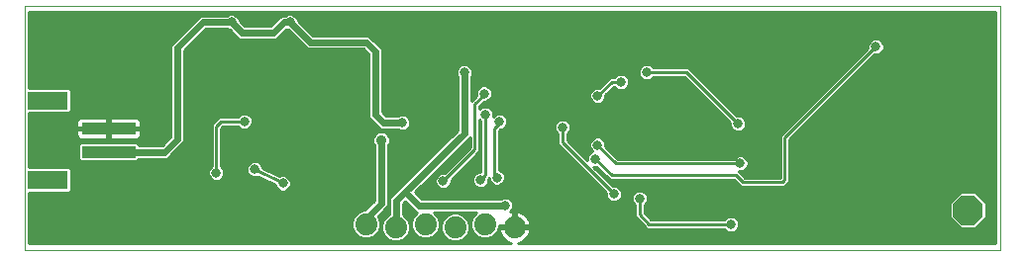
<source format=gbl>
G75*
%MOIN*%
%OFA0B0*%
%FSLAX25Y25*%
%IPPOS*%
%LPD*%
%AMOC8*
5,1,8,0,0,1.08239X$1,22.5*
%
%ADD10C,0.00000*%
%ADD11OC8,0.10000*%
%ADD12R,0.18110X0.03937*%
%ADD13R,0.13386X0.06299*%
%ADD14C,0.07400*%
%ADD15C,0.03169*%
%ADD16C,0.01000*%
%ADD17C,0.02400*%
%ADD18C,0.01200*%
%ADD19C,0.03562*%
D10*
X0015433Y0071025D02*
X0015433Y0153387D01*
X0343780Y0153387D01*
X0343780Y0071025D01*
X0015433Y0071025D01*
D11*
X0333032Y0084372D03*
D12*
X0043780Y0104096D03*
X0043780Y0111970D03*
D13*
X0023307Y0121419D03*
X0023307Y0094647D03*
D14*
X0130394Y0079687D03*
X0140394Y0078687D03*
X0150394Y0079687D03*
X0160394Y0078687D03*
X0170394Y0079687D03*
X0180394Y0078687D03*
D15*
X0177244Y0085986D03*
X0174488Y0095435D03*
X0168977Y0094647D03*
X0156378Y0094254D03*
X0140630Y0095435D03*
X0119370Y0094647D03*
X0102441Y0093466D03*
X0092992Y0098191D03*
X0090236Y0093860D03*
X0080000Y0097009D03*
X0059194Y0093047D03*
X0050894Y0090147D03*
X0041494Y0089747D03*
X0033994Y0085947D03*
X0024095Y0084411D03*
X0022694Y0077247D03*
X0033594Y0077447D03*
X0042594Y0078047D03*
X0050079Y0078899D03*
X0058740Y0085986D03*
X0066094Y0086347D03*
X0050494Y0098047D03*
X0040630Y0097797D03*
X0075276Y0115120D03*
X0089449Y0114332D03*
X0124095Y0130080D03*
X0102048Y0137954D03*
X0115433Y0145828D03*
X0104803Y0147797D03*
X0085118Y0147797D03*
X0128032Y0145828D03*
X0140630Y0145828D03*
X0155591Y0145828D03*
X0155591Y0135592D03*
X0163465Y0130868D03*
X0170158Y0123781D03*
X0170551Y0116694D03*
X0175276Y0114332D03*
X0194173Y0121419D03*
X0200473Y0121419D03*
X0208347Y0122994D03*
X0216221Y0127718D03*
X0224882Y0130868D03*
X0236693Y0135592D03*
X0252441Y0135592D03*
X0254803Y0143466D03*
X0271339Y0143466D03*
X0283150Y0143466D03*
X0294173Y0143466D03*
X0302048Y0139529D03*
X0290236Y0134805D03*
X0281575Y0134017D03*
X0271339Y0134017D03*
X0272126Y0125356D03*
X0279213Y0125356D03*
X0271339Y0118269D03*
X0255591Y0113545D03*
X0256378Y0100159D03*
X0229607Y0086773D03*
X0222520Y0088348D03*
X0213859Y0089923D03*
X0207559Y0101734D03*
X0208347Y0106458D03*
X0197323Y0100946D03*
X0196536Y0112364D03*
X0146142Y0119844D03*
X0142599Y0113939D03*
X0212284Y0144254D03*
X0295748Y0111183D03*
X0303622Y0115907D03*
X0313859Y0115907D03*
X0331094Y0108747D03*
X0338294Y0109047D03*
X0331094Y0102147D03*
X0337894Y0101547D03*
X0330394Y0094647D03*
X0338268Y0092285D03*
X0313859Y0094647D03*
X0303622Y0094647D03*
X0302835Y0085986D03*
X0292599Y0084411D03*
X0294173Y0077324D03*
X0285512Y0077324D03*
X0304410Y0077324D03*
X0315433Y0077324D03*
X0325670Y0077324D03*
X0339055Y0077324D03*
X0313859Y0085986D03*
X0253229Y0079687D03*
X0252441Y0085198D03*
X0209922Y0075750D03*
X0205197Y0075750D03*
X0336693Y0133230D03*
X0336693Y0140317D03*
X0336693Y0146616D03*
X0046929Y0120631D03*
X0024882Y0130868D03*
X0033544Y0134805D03*
X0024882Y0141891D03*
X0031181Y0144254D03*
X0039055Y0144254D03*
X0020694Y0147647D03*
D16*
X0016933Y0147488D02*
X0072108Y0147488D01*
X0071110Y0146490D02*
X0016933Y0146490D01*
X0016933Y0145491D02*
X0070111Y0145491D01*
X0069113Y0144493D02*
X0016933Y0144493D01*
X0016933Y0143494D02*
X0068114Y0143494D01*
X0067116Y0142496D02*
X0016933Y0142496D01*
X0016933Y0141497D02*
X0066117Y0141497D01*
X0066055Y0141435D02*
X0064708Y0140088D01*
X0064708Y0109379D01*
X0061725Y0106396D01*
X0053935Y0106396D01*
X0053935Y0106520D01*
X0053291Y0107165D01*
X0034269Y0107165D01*
X0033625Y0106520D01*
X0033625Y0101672D01*
X0034269Y0101028D01*
X0053291Y0101028D01*
X0053935Y0101672D01*
X0053935Y0101796D01*
X0063630Y0101796D01*
X0064977Y0103143D01*
X0069308Y0107474D01*
X0069308Y0138183D01*
X0076622Y0145497D01*
X0083657Y0145497D01*
X0084526Y0145137D01*
X0087709Y0141954D01*
X0100244Y0141954D01*
X0101592Y0143301D01*
X0103657Y0145366D01*
X0104211Y0145137D01*
X0110544Y0138804D01*
X0129441Y0138804D01*
X0131244Y0137002D01*
X0131244Y0115742D01*
X0132591Y0114394D01*
X0135347Y0111639D01*
X0141137Y0111639D01*
X0142065Y0111254D01*
X0143133Y0111254D01*
X0144119Y0111663D01*
X0144874Y0112418D01*
X0145283Y0113405D01*
X0145283Y0114473D01*
X0144874Y0115459D01*
X0144119Y0116214D01*
X0143133Y0116623D01*
X0142065Y0116623D01*
X0141137Y0116239D01*
X0137252Y0116239D01*
X0135844Y0117647D01*
X0135844Y0138907D01*
X0132694Y0142057D01*
X0131347Y0143404D01*
X0112449Y0143404D01*
X0107463Y0148390D01*
X0107079Y0149317D01*
X0106324Y0150072D01*
X0105337Y0150481D01*
X0104269Y0150481D01*
X0103342Y0150097D01*
X0101882Y0150097D01*
X0098339Y0146554D01*
X0089614Y0146554D01*
X0087778Y0148390D01*
X0087394Y0149317D01*
X0086639Y0150072D01*
X0085652Y0150481D01*
X0084584Y0150481D01*
X0083657Y0150097D01*
X0074717Y0150097D01*
X0066055Y0141435D01*
X0065119Y0140499D02*
X0016933Y0140499D01*
X0016933Y0139500D02*
X0064708Y0139500D01*
X0064708Y0138502D02*
X0016933Y0138502D01*
X0016933Y0137503D02*
X0064708Y0137503D01*
X0064708Y0136505D02*
X0016933Y0136505D01*
X0016933Y0135506D02*
X0064708Y0135506D01*
X0064708Y0134508D02*
X0016933Y0134508D01*
X0016933Y0133509D02*
X0064708Y0133509D01*
X0064708Y0132511D02*
X0016933Y0132511D01*
X0016933Y0131512D02*
X0064708Y0131512D01*
X0064708Y0130514D02*
X0016933Y0130514D01*
X0016933Y0129515D02*
X0064708Y0129515D01*
X0064708Y0128517D02*
X0016933Y0128517D01*
X0016933Y0127518D02*
X0064708Y0127518D01*
X0064708Y0126520D02*
X0016933Y0126520D01*
X0016933Y0125668D02*
X0016933Y0151340D01*
X0342280Y0151340D01*
X0342280Y0073387D01*
X0181455Y0073387D01*
X0181658Y0073420D01*
X0182467Y0073682D01*
X0183224Y0074068D01*
X0183912Y0074568D01*
X0184513Y0075169D01*
X0185012Y0075856D01*
X0185398Y0076614D01*
X0185661Y0077422D01*
X0185782Y0078187D01*
X0180894Y0078187D01*
X0180894Y0079187D01*
X0179894Y0079187D01*
X0179894Y0084075D01*
X0179129Y0083954D01*
X0178950Y0083895D01*
X0179520Y0084465D01*
X0179929Y0085452D01*
X0179929Y0086520D01*
X0179520Y0087506D01*
X0178765Y0088261D01*
X0177778Y0088670D01*
X0176710Y0088670D01*
X0175783Y0088286D01*
X0149063Y0088286D01*
X0146836Y0090513D01*
X0165408Y0109086D01*
X0165408Y0105546D01*
X0156800Y0096938D01*
X0155844Y0096938D01*
X0154858Y0096529D01*
X0154103Y0095774D01*
X0153694Y0094787D01*
X0153694Y0093720D01*
X0154103Y0092733D01*
X0154858Y0091978D01*
X0155844Y0091569D01*
X0156912Y0091569D01*
X0157899Y0091978D01*
X0158654Y0092733D01*
X0159062Y0093720D01*
X0159062Y0094675D01*
X0168608Y0104221D01*
X0168608Y0114842D01*
X0168951Y0114498D01*
X0168951Y0097331D01*
X0168443Y0097331D01*
X0167456Y0096923D01*
X0166701Y0096168D01*
X0166292Y0095181D01*
X0166292Y0094113D01*
X0166701Y0093127D01*
X0167456Y0092372D01*
X0168443Y0091963D01*
X0169511Y0091963D01*
X0170497Y0092372D01*
X0171252Y0093127D01*
X0171661Y0094113D01*
X0171661Y0095069D01*
X0171804Y0095212D01*
X0171804Y0094901D01*
X0172213Y0093914D01*
X0172968Y0093159D01*
X0173955Y0092750D01*
X0175022Y0092750D01*
X0176009Y0093159D01*
X0176764Y0093914D01*
X0177173Y0094901D01*
X0177173Y0095969D01*
X0176764Y0096955D01*
X0176009Y0097710D01*
X0175301Y0098003D01*
X0175301Y0111307D01*
X0175642Y0111648D01*
X0175810Y0111648D01*
X0176796Y0112057D01*
X0177551Y0112812D01*
X0177960Y0113798D01*
X0177960Y0114866D01*
X0177551Y0115853D01*
X0176796Y0116608D01*
X0175810Y0117017D01*
X0174742Y0117017D01*
X0173755Y0116608D01*
X0173185Y0116037D01*
X0173236Y0116161D01*
X0173236Y0117228D01*
X0172827Y0118215D01*
X0172072Y0118970D01*
X0171085Y0119379D01*
X0170017Y0119379D01*
X0169031Y0118970D01*
X0168608Y0118547D01*
X0168608Y0119575D01*
X0170130Y0121097D01*
X0170692Y0121097D01*
X0171678Y0121505D01*
X0172433Y0122261D01*
X0172842Y0123247D01*
X0172842Y0124315D01*
X0172433Y0125302D01*
X0171678Y0126057D01*
X0170692Y0126465D01*
X0169624Y0126465D01*
X0168637Y0126057D01*
X0167882Y0125302D01*
X0167473Y0124315D01*
X0167473Y0123247D01*
X0167556Y0123048D01*
X0165765Y0121257D01*
X0165765Y0129406D01*
X0166149Y0130334D01*
X0166149Y0131402D01*
X0165740Y0132388D01*
X0164985Y0133143D01*
X0163999Y0133552D01*
X0162931Y0133552D01*
X0161944Y0133143D01*
X0161189Y0132388D01*
X0160781Y0131402D01*
X0160781Y0130334D01*
X0161165Y0129406D01*
X0161165Y0111348D01*
X0142630Y0092813D01*
X0141283Y0091466D01*
X0139677Y0089861D01*
X0138330Y0088513D01*
X0138330Y0083027D01*
X0137675Y0082756D01*
X0136325Y0081406D01*
X0135594Y0079641D01*
X0135594Y0077732D01*
X0136325Y0075968D01*
X0137675Y0074617D01*
X0139439Y0073887D01*
X0141349Y0073887D01*
X0143113Y0074617D01*
X0144463Y0075968D01*
X0145194Y0077732D01*
X0145194Y0079641D01*
X0144463Y0081406D01*
X0143113Y0082756D01*
X0142930Y0082832D01*
X0142930Y0086608D01*
X0143583Y0087261D01*
X0147158Y0083686D01*
X0147605Y0083686D01*
X0146325Y0082406D01*
X0145594Y0080641D01*
X0145594Y0078732D01*
X0146325Y0076968D01*
X0147675Y0075617D01*
X0149439Y0074887D01*
X0151349Y0074887D01*
X0153113Y0075617D01*
X0154463Y0076968D01*
X0155194Y0078732D01*
X0155194Y0080641D01*
X0154463Y0082406D01*
X0153183Y0083686D01*
X0167605Y0083686D01*
X0166325Y0082406D01*
X0165594Y0080641D01*
X0165594Y0078732D01*
X0166325Y0076968D01*
X0167675Y0075617D01*
X0169439Y0074887D01*
X0171349Y0074887D01*
X0173113Y0075617D01*
X0174463Y0076968D01*
X0175194Y0078732D01*
X0175194Y0079187D01*
X0179894Y0079187D01*
X0179894Y0078187D01*
X0175006Y0078187D01*
X0175127Y0077422D01*
X0175390Y0076614D01*
X0175775Y0075856D01*
X0176275Y0075169D01*
X0176876Y0074568D01*
X0177564Y0074068D01*
X0178321Y0073682D01*
X0179129Y0073420D01*
X0179333Y0073387D01*
X0016933Y0073387D01*
X0016933Y0090398D01*
X0030456Y0090398D01*
X0031100Y0091042D01*
X0031100Y0098252D01*
X0030456Y0098897D01*
X0016933Y0098897D01*
X0016933Y0117169D01*
X0030456Y0117169D01*
X0031100Y0117814D01*
X0031100Y0125024D01*
X0030456Y0125668D01*
X0016933Y0125668D01*
X0030603Y0125521D02*
X0064708Y0125521D01*
X0064708Y0124523D02*
X0031100Y0124523D01*
X0031100Y0123524D02*
X0064708Y0123524D01*
X0064708Y0122526D02*
X0031100Y0122526D01*
X0031100Y0121527D02*
X0064708Y0121527D01*
X0064708Y0120529D02*
X0031100Y0120529D01*
X0031100Y0119530D02*
X0064708Y0119530D01*
X0064708Y0118532D02*
X0031100Y0118532D01*
X0030820Y0117533D02*
X0064708Y0117533D01*
X0064708Y0116534D02*
X0016933Y0116534D01*
X0016933Y0115536D02*
X0034118Y0115536D01*
X0034068Y0115523D02*
X0033681Y0115299D01*
X0033364Y0114982D01*
X0033141Y0114595D01*
X0033025Y0114162D01*
X0033025Y0112454D01*
X0043295Y0112454D01*
X0043295Y0111486D01*
X0033025Y0111486D01*
X0033025Y0109778D01*
X0033141Y0109345D01*
X0033364Y0108958D01*
X0033681Y0108641D01*
X0034068Y0108417D01*
X0034501Y0108302D01*
X0043296Y0108302D01*
X0043296Y0111486D01*
X0044264Y0111486D01*
X0044264Y0112454D01*
X0054535Y0112454D01*
X0054535Y0114162D01*
X0054419Y0114595D01*
X0054195Y0114982D01*
X0053879Y0115299D01*
X0053491Y0115523D01*
X0053059Y0115639D01*
X0044264Y0115639D01*
X0044264Y0112454D01*
X0043296Y0112454D01*
X0043296Y0115639D01*
X0034501Y0115639D01*
X0034068Y0115523D01*
X0033125Y0114537D02*
X0016933Y0114537D01*
X0016933Y0113539D02*
X0033025Y0113539D01*
X0033025Y0112540D02*
X0016933Y0112540D01*
X0016933Y0111542D02*
X0043295Y0111542D01*
X0044264Y0111542D02*
X0064708Y0111542D01*
X0064708Y0112540D02*
X0054535Y0112540D01*
X0054535Y0113539D02*
X0064708Y0113539D01*
X0064708Y0114537D02*
X0054434Y0114537D01*
X0053442Y0115536D02*
X0064708Y0115536D01*
X0069308Y0115536D02*
X0080516Y0115536D01*
X0080912Y0115932D02*
X0079338Y0114357D01*
X0078400Y0113420D01*
X0078400Y0099206D01*
X0077725Y0098530D01*
X0077316Y0097543D01*
X0077316Y0096476D01*
X0077725Y0095489D01*
X0078480Y0094734D01*
X0079466Y0094325D01*
X0080534Y0094325D01*
X0081521Y0094734D01*
X0082276Y0095489D01*
X0082684Y0096476D01*
X0082684Y0097543D01*
X0082276Y0098530D01*
X0081600Y0099206D01*
X0081600Y0112095D01*
X0082238Y0112732D01*
X0087253Y0112732D01*
X0087929Y0112057D01*
X0088915Y0111648D01*
X0089983Y0111648D01*
X0090970Y0112057D01*
X0091725Y0112812D01*
X0092133Y0113798D01*
X0092133Y0114866D01*
X0091725Y0115853D01*
X0090970Y0116608D01*
X0089983Y0117017D01*
X0088915Y0117017D01*
X0087929Y0116608D01*
X0087253Y0115932D01*
X0080912Y0115932D01*
X0081575Y0114332D02*
X0080000Y0112757D01*
X0080000Y0097009D01*
X0078882Y0094567D02*
X0031100Y0094567D01*
X0031100Y0093569D02*
X0098658Y0093569D01*
X0099757Y0093019D02*
X0099757Y0092932D01*
X0100166Y0091946D01*
X0100921Y0091191D01*
X0101907Y0090782D01*
X0102975Y0090782D01*
X0103962Y0091191D01*
X0104717Y0091946D01*
X0105125Y0092932D01*
X0105125Y0094000D01*
X0104717Y0094987D01*
X0103962Y0095742D01*
X0102975Y0096150D01*
X0101907Y0096150D01*
X0101220Y0095866D01*
X0095677Y0098637D01*
X0095677Y0098724D01*
X0095268Y0099711D01*
X0094513Y0100466D01*
X0093526Y0100875D01*
X0092458Y0100875D01*
X0091472Y0100466D01*
X0090717Y0099711D01*
X0090308Y0098724D01*
X0090308Y0097657D01*
X0090717Y0096670D01*
X0091472Y0095915D01*
X0092458Y0095506D01*
X0093526Y0095506D01*
X0094214Y0095791D01*
X0099757Y0093019D01*
X0099907Y0092570D02*
X0031100Y0092570D01*
X0031100Y0091572D02*
X0100540Y0091572D01*
X0102441Y0093466D02*
X0092992Y0098191D01*
X0090654Y0099560D02*
X0081600Y0099560D01*
X0081600Y0100558D02*
X0091694Y0100558D01*
X0094290Y0100558D02*
X0133212Y0100558D01*
X0133212Y0099560D02*
X0095331Y0099560D01*
X0095829Y0098561D02*
X0133212Y0098561D01*
X0133212Y0097563D02*
X0097826Y0097563D01*
X0099823Y0096564D02*
X0133212Y0096564D01*
X0133212Y0095566D02*
X0104138Y0095566D01*
X0104891Y0094567D02*
X0133212Y0094567D01*
X0133212Y0093569D02*
X0105125Y0093569D01*
X0104976Y0092570D02*
X0133212Y0092570D01*
X0133212Y0091572D02*
X0104343Y0091572D01*
X0096661Y0094567D02*
X0081119Y0094567D01*
X0082308Y0095566D02*
X0092315Y0095566D01*
X0093670Y0095566D02*
X0094664Y0095566D01*
X0090823Y0096564D02*
X0082684Y0096564D01*
X0082676Y0097563D02*
X0090347Y0097563D01*
X0090308Y0098561D02*
X0082245Y0098561D01*
X0078400Y0099560D02*
X0016933Y0099560D01*
X0016933Y0100558D02*
X0078400Y0100558D01*
X0078400Y0101557D02*
X0053820Y0101557D01*
X0064389Y0102555D02*
X0078400Y0102555D01*
X0078400Y0103554D02*
X0065388Y0103554D01*
X0066386Y0104552D02*
X0078400Y0104552D01*
X0078400Y0105551D02*
X0067385Y0105551D01*
X0068383Y0106549D02*
X0078400Y0106549D01*
X0078400Y0107548D02*
X0069308Y0107548D01*
X0069308Y0108546D02*
X0078400Y0108546D01*
X0078400Y0109545D02*
X0069308Y0109545D01*
X0069308Y0110543D02*
X0078400Y0110543D01*
X0078400Y0111542D02*
X0069308Y0111542D01*
X0069308Y0112540D02*
X0078400Y0112540D01*
X0078519Y0113539D02*
X0069308Y0113539D01*
X0069308Y0114537D02*
X0079518Y0114537D01*
X0081575Y0114332D02*
X0089449Y0114332D01*
X0091856Y0115536D02*
X0131449Y0115536D01*
X0131244Y0116534D02*
X0091043Y0116534D01*
X0092133Y0114537D02*
X0132448Y0114537D01*
X0133446Y0113539D02*
X0092026Y0113539D01*
X0091453Y0112540D02*
X0134445Y0112540D01*
X0134939Y0110914D02*
X0133880Y0110476D01*
X0133070Y0109665D01*
X0132631Y0108606D01*
X0132631Y0107460D01*
X0133070Y0106401D01*
X0133212Y0106259D01*
X0133212Y0087726D01*
X0129973Y0084487D01*
X0129439Y0084487D01*
X0127675Y0083756D01*
X0126325Y0082406D01*
X0125594Y0080641D01*
X0125594Y0078732D01*
X0126325Y0076968D01*
X0127675Y0075617D01*
X0129439Y0074887D01*
X0131349Y0074887D01*
X0133113Y0075617D01*
X0134463Y0076968D01*
X0135194Y0078732D01*
X0135194Y0080641D01*
X0134463Y0082406D01*
X0134430Y0082439D01*
X0136465Y0084473D01*
X0137812Y0085821D01*
X0137812Y0106259D01*
X0137955Y0106401D01*
X0138393Y0107460D01*
X0138393Y0108606D01*
X0137955Y0109665D01*
X0137144Y0110476D01*
X0136085Y0110914D01*
X0134939Y0110914D01*
X0134044Y0110543D02*
X0081600Y0110543D01*
X0081600Y0109545D02*
X0133020Y0109545D01*
X0132631Y0108546D02*
X0081600Y0108546D01*
X0081600Y0107548D02*
X0132631Y0107548D01*
X0133008Y0106549D02*
X0081600Y0106549D01*
X0081600Y0105551D02*
X0133212Y0105551D01*
X0133212Y0104552D02*
X0081600Y0104552D01*
X0081600Y0103554D02*
X0133212Y0103554D01*
X0133212Y0102555D02*
X0081600Y0102555D01*
X0081600Y0101557D02*
X0133212Y0101557D01*
X0137812Y0101557D02*
X0151374Y0101557D01*
X0152372Y0102555D02*
X0137812Y0102555D01*
X0137812Y0103554D02*
X0153371Y0103554D01*
X0154369Y0104552D02*
X0137812Y0104552D01*
X0137812Y0105551D02*
X0155368Y0105551D01*
X0156366Y0106549D02*
X0138016Y0106549D01*
X0138393Y0107548D02*
X0157365Y0107548D01*
X0158363Y0108546D02*
X0138393Y0108546D01*
X0138004Y0109545D02*
X0159362Y0109545D01*
X0160360Y0110543D02*
X0136980Y0110543D01*
X0141370Y0111542D02*
X0081600Y0111542D01*
X0082046Y0112540D02*
X0087445Y0112540D01*
X0087855Y0116534D02*
X0069308Y0116534D01*
X0069308Y0117533D02*
X0131244Y0117533D01*
X0131244Y0118532D02*
X0069308Y0118532D01*
X0069308Y0119530D02*
X0131244Y0119530D01*
X0131244Y0120529D02*
X0069308Y0120529D01*
X0069308Y0121527D02*
X0131244Y0121527D01*
X0131244Y0122526D02*
X0069308Y0122526D01*
X0069308Y0123524D02*
X0131244Y0123524D01*
X0131244Y0124523D02*
X0069308Y0124523D01*
X0069308Y0125521D02*
X0131244Y0125521D01*
X0131244Y0126520D02*
X0069308Y0126520D01*
X0069308Y0127518D02*
X0131244Y0127518D01*
X0131244Y0128517D02*
X0069308Y0128517D01*
X0069308Y0129515D02*
X0131244Y0129515D01*
X0131244Y0130514D02*
X0069308Y0130514D01*
X0069308Y0131512D02*
X0131244Y0131512D01*
X0131244Y0132511D02*
X0069308Y0132511D01*
X0069308Y0133509D02*
X0131244Y0133509D01*
X0131244Y0134508D02*
X0069308Y0134508D01*
X0069308Y0135506D02*
X0131244Y0135506D01*
X0131244Y0136505D02*
X0069308Y0136505D01*
X0069308Y0137503D02*
X0130742Y0137503D01*
X0129743Y0138502D02*
X0069627Y0138502D01*
X0070626Y0139500D02*
X0109847Y0139500D01*
X0108849Y0140499D02*
X0071624Y0140499D01*
X0072623Y0141497D02*
X0107850Y0141497D01*
X0106852Y0142496D02*
X0100787Y0142496D01*
X0101785Y0143494D02*
X0105853Y0143494D01*
X0104855Y0144493D02*
X0102784Y0144493D01*
X0099274Y0147488D02*
X0088680Y0147488D01*
X0087738Y0148487D02*
X0100272Y0148487D01*
X0101271Y0149485D02*
X0087226Y0149485D01*
X0083670Y0145491D02*
X0076617Y0145491D01*
X0075618Y0144493D02*
X0085170Y0144493D01*
X0086168Y0143494D02*
X0074620Y0143494D01*
X0073621Y0142496D02*
X0087167Y0142496D01*
X0074105Y0149485D02*
X0016933Y0149485D01*
X0016933Y0148487D02*
X0073107Y0148487D01*
X0106911Y0149485D02*
X0342280Y0149485D01*
X0342280Y0148487D02*
X0107423Y0148487D01*
X0108365Y0147488D02*
X0342280Y0147488D01*
X0342280Y0146490D02*
X0109363Y0146490D01*
X0110362Y0145491D02*
X0342280Y0145491D01*
X0342280Y0144493D02*
X0111360Y0144493D01*
X0112359Y0143494D02*
X0342280Y0143494D01*
X0342280Y0142496D02*
X0132255Y0142496D01*
X0133253Y0141497D02*
X0300220Y0141497D01*
X0300527Y0141805D02*
X0299772Y0141050D01*
X0299363Y0140063D01*
X0299363Y0139108D01*
X0269739Y0109483D01*
X0269739Y0095460D01*
X0257828Y0095460D01*
X0255791Y0097497D01*
X0255844Y0097475D01*
X0256912Y0097475D01*
X0257899Y0097883D01*
X0258654Y0098639D01*
X0259062Y0099625D01*
X0259062Y0100693D01*
X0258654Y0101680D01*
X0257899Y0102435D01*
X0256912Y0102843D01*
X0255844Y0102843D01*
X0254858Y0102435D01*
X0254182Y0101759D01*
X0215309Y0101759D01*
X0211031Y0106037D01*
X0211031Y0106992D01*
X0210622Y0107979D01*
X0209867Y0108734D01*
X0208881Y0109143D01*
X0207813Y0109143D01*
X0206826Y0108734D01*
X0206071Y0107979D01*
X0205662Y0106992D01*
X0205662Y0105924D01*
X0206071Y0104938D01*
X0206718Y0104291D01*
X0206039Y0104009D01*
X0205284Y0103254D01*
X0204875Y0102268D01*
X0204875Y0101200D01*
X0204897Y0101147D01*
X0198136Y0107908D01*
X0198136Y0110168D01*
X0198811Y0110843D01*
X0199220Y0111830D01*
X0199220Y0112898D01*
X0198811Y0113884D01*
X0198056Y0114639D01*
X0197070Y0115048D01*
X0196002Y0115048D01*
X0195015Y0114639D01*
X0194260Y0113884D01*
X0193851Y0112898D01*
X0193851Y0111830D01*
X0194260Y0110843D01*
X0194936Y0110168D01*
X0194936Y0106583D01*
X0211174Y0090344D01*
X0211174Y0089389D01*
X0211583Y0088402D01*
X0212338Y0087647D01*
X0213325Y0087239D01*
X0214392Y0087239D01*
X0215379Y0087647D01*
X0216134Y0088402D01*
X0216543Y0089389D01*
X0216543Y0090457D01*
X0216134Y0091443D01*
X0215379Y0092198D01*
X0214392Y0092607D01*
X0213437Y0092607D01*
X0206973Y0099071D01*
X0207025Y0099050D01*
X0207981Y0099050D01*
X0211471Y0095559D01*
X0212408Y0094622D01*
X0254141Y0094622D01*
X0255566Y0093197D01*
X0256503Y0092260D01*
X0271214Y0092260D01*
X0272002Y0093047D01*
X0272939Y0093984D01*
X0272939Y0108158D01*
X0301626Y0136845D01*
X0302581Y0136845D01*
X0303568Y0137254D01*
X0304323Y0138009D01*
X0304732Y0138995D01*
X0304732Y0140063D01*
X0304323Y0141050D01*
X0303568Y0141805D01*
X0302581Y0142213D01*
X0301514Y0142213D01*
X0300527Y0141805D01*
X0299544Y0140499D02*
X0134252Y0140499D01*
X0135250Y0139500D02*
X0299363Y0139500D01*
X0298757Y0138502D02*
X0135844Y0138502D01*
X0135844Y0137503D02*
X0297759Y0137503D01*
X0296760Y0136505D02*
X0135844Y0136505D01*
X0135844Y0135506D02*
X0295762Y0135506D01*
X0294763Y0134508D02*
X0135844Y0134508D01*
X0135844Y0133509D02*
X0162828Y0133509D01*
X0164102Y0133509D02*
X0224245Y0133509D01*
X0224348Y0133552D02*
X0223362Y0133143D01*
X0222607Y0132388D01*
X0222198Y0131402D01*
X0222198Y0130334D01*
X0222607Y0129347D01*
X0223362Y0128592D01*
X0224348Y0128183D01*
X0225416Y0128183D01*
X0226403Y0128592D01*
X0227078Y0129268D01*
X0237605Y0129268D01*
X0252907Y0113966D01*
X0252907Y0113011D01*
X0253315Y0112024D01*
X0254070Y0111269D01*
X0255057Y0110861D01*
X0256125Y0110861D01*
X0257111Y0111269D01*
X0257866Y0112024D01*
X0258275Y0113011D01*
X0258275Y0114079D01*
X0257866Y0115065D01*
X0257111Y0115820D01*
X0256125Y0116229D01*
X0255169Y0116229D01*
X0238931Y0132468D01*
X0227078Y0132468D01*
X0226403Y0133143D01*
X0225416Y0133552D01*
X0224348Y0133552D01*
X0225519Y0133509D02*
X0293765Y0133509D01*
X0292766Y0132511D02*
X0227035Y0132511D01*
X0224882Y0130868D02*
X0238268Y0130868D01*
X0255591Y0113545D01*
X0258275Y0113539D02*
X0273795Y0113539D01*
X0274793Y0114537D02*
X0258085Y0114537D01*
X0257396Y0115536D02*
X0275792Y0115536D01*
X0276790Y0116534D02*
X0254864Y0116534D01*
X0253865Y0117533D02*
X0277789Y0117533D01*
X0278787Y0118532D02*
X0252867Y0118532D01*
X0251868Y0119530D02*
X0279786Y0119530D01*
X0280784Y0120529D02*
X0250870Y0120529D01*
X0249871Y0121527D02*
X0281783Y0121527D01*
X0282781Y0122526D02*
X0248873Y0122526D01*
X0247874Y0123524D02*
X0283780Y0123524D01*
X0284778Y0124523D02*
X0246876Y0124523D01*
X0245877Y0125521D02*
X0285777Y0125521D01*
X0286775Y0126520D02*
X0244879Y0126520D01*
X0243880Y0127518D02*
X0287774Y0127518D01*
X0288772Y0128517D02*
X0242882Y0128517D01*
X0241883Y0129515D02*
X0289771Y0129515D01*
X0290769Y0130514D02*
X0240885Y0130514D01*
X0239886Y0131512D02*
X0291768Y0131512D01*
X0295295Y0130514D02*
X0342280Y0130514D01*
X0342280Y0131512D02*
X0296293Y0131512D01*
X0297292Y0132511D02*
X0342280Y0132511D01*
X0342280Y0133509D02*
X0298290Y0133509D01*
X0299289Y0134508D02*
X0342280Y0134508D01*
X0342280Y0135506D02*
X0300287Y0135506D01*
X0301286Y0136505D02*
X0342280Y0136505D01*
X0342280Y0137503D02*
X0303818Y0137503D01*
X0304527Y0138502D02*
X0342280Y0138502D01*
X0342280Y0139500D02*
X0304732Y0139500D01*
X0304551Y0140499D02*
X0342280Y0140499D01*
X0342280Y0141497D02*
X0303875Y0141497D01*
X0302048Y0139529D02*
X0271339Y0108820D01*
X0271339Y0094647D01*
X0270551Y0093860D01*
X0257166Y0093860D01*
X0254803Y0096222D01*
X0213071Y0096222D01*
X0207559Y0101734D01*
X0204875Y0101557D02*
X0204487Y0101557D01*
X0204994Y0102555D02*
X0203489Y0102555D01*
X0202490Y0103554D02*
X0205583Y0103554D01*
X0206457Y0104552D02*
X0201492Y0104552D01*
X0200493Y0105551D02*
X0205817Y0105551D01*
X0205662Y0106549D02*
X0199495Y0106549D01*
X0198496Y0107548D02*
X0205893Y0107548D01*
X0206639Y0108546D02*
X0198136Y0108546D01*
X0198136Y0109545D02*
X0269801Y0109545D01*
X0269739Y0108546D02*
X0210055Y0108546D01*
X0210801Y0107548D02*
X0269739Y0107548D01*
X0269739Y0106549D02*
X0211031Y0106549D01*
X0211517Y0105551D02*
X0269739Y0105551D01*
X0269739Y0104552D02*
X0212515Y0104552D01*
X0213514Y0103554D02*
X0269739Y0103554D01*
X0269739Y0102555D02*
X0257607Y0102555D01*
X0258705Y0101557D02*
X0269739Y0101557D01*
X0269739Y0100558D02*
X0259062Y0100558D01*
X0259035Y0099560D02*
X0269739Y0099560D01*
X0269739Y0098561D02*
X0258577Y0098561D01*
X0257125Y0097563D02*
X0269739Y0097563D01*
X0269739Y0096564D02*
X0256724Y0096564D01*
X0257722Y0095566D02*
X0269739Y0095566D01*
X0272939Y0095566D02*
X0342280Y0095566D01*
X0342280Y0096564D02*
X0272939Y0096564D01*
X0272939Y0097563D02*
X0342280Y0097563D01*
X0342280Y0098561D02*
X0272939Y0098561D01*
X0272939Y0099560D02*
X0342280Y0099560D01*
X0342280Y0100558D02*
X0272939Y0100558D01*
X0272939Y0101557D02*
X0342280Y0101557D01*
X0342280Y0102555D02*
X0272939Y0102555D01*
X0272939Y0103554D02*
X0342280Y0103554D01*
X0342280Y0104552D02*
X0272939Y0104552D01*
X0272939Y0105551D02*
X0342280Y0105551D01*
X0342280Y0106549D02*
X0272939Y0106549D01*
X0272939Y0107548D02*
X0342280Y0107548D01*
X0342280Y0108546D02*
X0273328Y0108546D01*
X0274326Y0109545D02*
X0342280Y0109545D01*
X0342280Y0110543D02*
X0275325Y0110543D01*
X0276323Y0111542D02*
X0342280Y0111542D01*
X0342280Y0112540D02*
X0277322Y0112540D01*
X0278320Y0113539D02*
X0342280Y0113539D01*
X0342280Y0114537D02*
X0279319Y0114537D01*
X0280317Y0115536D02*
X0342280Y0115536D01*
X0342280Y0116534D02*
X0281316Y0116534D01*
X0282314Y0117533D02*
X0342280Y0117533D01*
X0342280Y0118532D02*
X0283313Y0118532D01*
X0284311Y0119530D02*
X0342280Y0119530D01*
X0342280Y0120529D02*
X0285310Y0120529D01*
X0286308Y0121527D02*
X0342280Y0121527D01*
X0342280Y0122526D02*
X0287307Y0122526D01*
X0288305Y0123524D02*
X0342280Y0123524D01*
X0342280Y0124523D02*
X0289304Y0124523D01*
X0290302Y0125521D02*
X0342280Y0125521D01*
X0342280Y0126520D02*
X0291301Y0126520D01*
X0292299Y0127518D02*
X0342280Y0127518D01*
X0342280Y0128517D02*
X0293298Y0128517D01*
X0294296Y0129515D02*
X0342280Y0129515D01*
X0342280Y0150484D02*
X0016933Y0150484D01*
X0043296Y0115536D02*
X0044264Y0115536D01*
X0044264Y0114537D02*
X0043296Y0114537D01*
X0043296Y0113539D02*
X0044264Y0113539D01*
X0044264Y0112540D02*
X0043296Y0112540D01*
X0044264Y0111486D02*
X0044264Y0108302D01*
X0053059Y0108302D01*
X0053491Y0108417D01*
X0053879Y0108641D01*
X0054195Y0108958D01*
X0054419Y0109345D01*
X0054535Y0109778D01*
X0054535Y0111486D01*
X0044264Y0111486D01*
X0044264Y0110543D02*
X0043296Y0110543D01*
X0043296Y0109545D02*
X0044264Y0109545D01*
X0044264Y0108546D02*
X0043296Y0108546D01*
X0053714Y0108546D02*
X0063875Y0108546D01*
X0064708Y0109545D02*
X0054473Y0109545D01*
X0054535Y0110543D02*
X0064708Y0110543D01*
X0062877Y0107548D02*
X0016933Y0107548D01*
X0016933Y0108546D02*
X0033845Y0108546D01*
X0033087Y0109545D02*
X0016933Y0109545D01*
X0016933Y0110543D02*
X0033025Y0110543D01*
X0033654Y0106549D02*
X0016933Y0106549D01*
X0016933Y0105551D02*
X0033625Y0105551D01*
X0033625Y0104552D02*
X0016933Y0104552D01*
X0016933Y0103554D02*
X0033625Y0103554D01*
X0033625Y0102555D02*
X0016933Y0102555D01*
X0016933Y0101557D02*
X0033740Y0101557D01*
X0030791Y0098561D02*
X0077756Y0098561D01*
X0077324Y0097563D02*
X0031100Y0097563D01*
X0031100Y0096564D02*
X0077316Y0096564D01*
X0077693Y0095566D02*
X0031100Y0095566D01*
X0030631Y0090573D02*
X0133212Y0090573D01*
X0133212Y0089575D02*
X0016933Y0089575D01*
X0016933Y0088576D02*
X0133212Y0088576D01*
X0133064Y0087578D02*
X0016933Y0087578D01*
X0016933Y0086579D02*
X0132065Y0086579D01*
X0131067Y0085581D02*
X0016933Y0085581D01*
X0016933Y0084582D02*
X0130068Y0084582D01*
X0127503Y0083584D02*
X0016933Y0083584D01*
X0016933Y0082585D02*
X0126504Y0082585D01*
X0125985Y0081587D02*
X0016933Y0081587D01*
X0016933Y0080588D02*
X0125594Y0080588D01*
X0125594Y0079590D02*
X0016933Y0079590D01*
X0016933Y0078591D02*
X0125652Y0078591D01*
X0126066Y0077593D02*
X0016933Y0077593D01*
X0016933Y0076594D02*
X0126698Y0076594D01*
X0127728Y0075596D02*
X0016933Y0075596D01*
X0016933Y0074597D02*
X0137724Y0074597D01*
X0136697Y0075596D02*
X0133060Y0075596D01*
X0134090Y0076594D02*
X0136065Y0076594D01*
X0135652Y0077593D02*
X0134722Y0077593D01*
X0135136Y0078591D02*
X0135594Y0078591D01*
X0135594Y0079590D02*
X0135194Y0079590D01*
X0135194Y0080588D02*
X0135986Y0080588D01*
X0136506Y0081587D02*
X0134802Y0081587D01*
X0134577Y0082585D02*
X0137504Y0082585D01*
X0138330Y0083584D02*
X0135575Y0083584D01*
X0136574Y0084582D02*
X0138330Y0084582D01*
X0138330Y0085581D02*
X0137572Y0085581D01*
X0137812Y0086579D02*
X0138330Y0086579D01*
X0138330Y0087578D02*
X0137812Y0087578D01*
X0137812Y0088576D02*
X0138393Y0088576D01*
X0137812Y0089575D02*
X0139392Y0089575D01*
X0140390Y0090573D02*
X0137812Y0090573D01*
X0137812Y0091572D02*
X0141389Y0091572D01*
X0142387Y0092570D02*
X0137812Y0092570D01*
X0137812Y0093569D02*
X0143386Y0093569D01*
X0144384Y0094567D02*
X0137812Y0094567D01*
X0137812Y0095566D02*
X0145383Y0095566D01*
X0146381Y0096564D02*
X0137812Y0096564D01*
X0137812Y0097563D02*
X0147380Y0097563D01*
X0148378Y0098561D02*
X0137812Y0098561D01*
X0137812Y0099560D02*
X0149377Y0099560D01*
X0150375Y0100558D02*
X0137812Y0100558D01*
X0152886Y0096564D02*
X0154943Y0096564D01*
X0154016Y0095566D02*
X0151888Y0095566D01*
X0150889Y0094567D02*
X0153694Y0094567D01*
X0153756Y0093569D02*
X0149891Y0093569D01*
X0148892Y0092570D02*
X0154265Y0092570D01*
X0155838Y0091572D02*
X0147894Y0091572D01*
X0146895Y0090573D02*
X0210945Y0090573D01*
X0211174Y0089575D02*
X0147774Y0089575D01*
X0148773Y0088576D02*
X0176484Y0088576D01*
X0178005Y0088576D02*
X0211511Y0088576D01*
X0212506Y0087578D02*
X0179449Y0087578D01*
X0179904Y0086579D02*
X0220493Y0086579D01*
X0220244Y0086828D02*
X0220920Y0086152D01*
X0220920Y0082173D01*
X0224070Y0079024D01*
X0225007Y0078087D01*
X0251032Y0078087D01*
X0251708Y0077411D01*
X0252695Y0077002D01*
X0253763Y0077002D01*
X0254749Y0077411D01*
X0255504Y0078166D01*
X0255913Y0079153D01*
X0255913Y0080221D01*
X0255504Y0081207D01*
X0254749Y0081962D01*
X0253763Y0082371D01*
X0252695Y0082371D01*
X0251708Y0081962D01*
X0251032Y0081287D01*
X0226332Y0081287D01*
X0224120Y0083499D01*
X0224120Y0086152D01*
X0224796Y0086828D01*
X0225204Y0087814D01*
X0225204Y0088882D01*
X0224796Y0089869D01*
X0224040Y0090624D01*
X0223054Y0091032D01*
X0221986Y0091032D01*
X0220999Y0090624D01*
X0220244Y0089869D01*
X0219836Y0088882D01*
X0219836Y0087814D01*
X0220244Y0086828D01*
X0219934Y0087578D02*
X0215211Y0087578D01*
X0216206Y0088576D02*
X0219836Y0088576D01*
X0220123Y0089575D02*
X0216543Y0089575D01*
X0216495Y0090573D02*
X0220949Y0090573D01*
X0222520Y0088348D02*
X0222520Y0082836D01*
X0225670Y0079687D01*
X0253229Y0079687D01*
X0255125Y0081587D02*
X0327190Y0081587D01*
X0326932Y0081845D02*
X0330505Y0078272D01*
X0335558Y0078272D01*
X0339132Y0081845D01*
X0339132Y0086898D01*
X0335558Y0090472D01*
X0330505Y0090472D01*
X0326932Y0086898D01*
X0326932Y0081845D01*
X0326932Y0082585D02*
X0225034Y0082585D01*
X0224120Y0083584D02*
X0326932Y0083584D01*
X0326932Y0084582D02*
X0224120Y0084582D01*
X0224120Y0085581D02*
X0326932Y0085581D01*
X0326932Y0086579D02*
X0224547Y0086579D01*
X0225106Y0087578D02*
X0327611Y0087578D01*
X0328610Y0088576D02*
X0225204Y0088576D01*
X0224917Y0089575D02*
X0329608Y0089575D01*
X0336455Y0089575D02*
X0342280Y0089575D01*
X0342280Y0090573D02*
X0224091Y0090573D01*
X0216006Y0091572D02*
X0342280Y0091572D01*
X0342280Y0092570D02*
X0271525Y0092570D01*
X0272523Y0093569D02*
X0342280Y0093569D01*
X0342280Y0094567D02*
X0272939Y0094567D01*
X0256192Y0092570D02*
X0214481Y0092570D01*
X0212475Y0093569D02*
X0255194Y0093569D01*
X0254195Y0094567D02*
X0211477Y0094567D01*
X0211471Y0095559D02*
X0211471Y0095559D01*
X0211465Y0095566D02*
X0210478Y0095566D01*
X0210466Y0096564D02*
X0209480Y0096564D01*
X0209468Y0097563D02*
X0208481Y0097563D01*
X0208469Y0098561D02*
X0207483Y0098561D01*
X0204954Y0096564D02*
X0176926Y0096564D01*
X0177173Y0095566D02*
X0205953Y0095566D01*
X0206951Y0094567D02*
X0177035Y0094567D01*
X0176419Y0093569D02*
X0207950Y0093569D01*
X0208948Y0092570D02*
X0170696Y0092570D01*
X0171435Y0093569D02*
X0172558Y0093569D01*
X0171942Y0094567D02*
X0171661Y0094567D01*
X0170551Y0096222D02*
X0168977Y0094647D01*
X0170551Y0096222D02*
X0170551Y0116694D01*
X0172510Y0118532D02*
X0248341Y0118532D01*
X0247343Y0119530D02*
X0168608Y0119530D01*
X0169562Y0120529D02*
X0207284Y0120529D01*
X0206826Y0120718D02*
X0207813Y0120309D01*
X0208881Y0120309D01*
X0209867Y0120718D01*
X0210622Y0121473D01*
X0211031Y0122460D01*
X0211031Y0123415D01*
X0213734Y0126118D01*
X0214025Y0126118D01*
X0214700Y0125443D01*
X0215687Y0125034D01*
X0216755Y0125034D01*
X0217741Y0125443D01*
X0218496Y0126198D01*
X0218905Y0127184D01*
X0218905Y0128252D01*
X0218496Y0129239D01*
X0217741Y0129994D01*
X0216755Y0130402D01*
X0215687Y0130402D01*
X0214700Y0129994D01*
X0214025Y0129318D01*
X0212408Y0129318D01*
X0208768Y0125678D01*
X0207813Y0125678D01*
X0206826Y0125269D01*
X0206071Y0124514D01*
X0205662Y0123528D01*
X0205662Y0122460D01*
X0206071Y0121473D01*
X0206826Y0120718D01*
X0206049Y0121527D02*
X0171700Y0121527D01*
X0172543Y0122526D02*
X0205662Y0122526D01*
X0205662Y0123524D02*
X0172842Y0123524D01*
X0172756Y0124523D02*
X0206080Y0124523D01*
X0207434Y0125521D02*
X0172214Y0125521D01*
X0170158Y0123781D02*
X0170158Y0123387D01*
X0167008Y0120238D01*
X0167008Y0104883D01*
X0156378Y0094254D01*
X0159062Y0094567D02*
X0166292Y0094567D01*
X0166452Y0095566D02*
X0159953Y0095566D01*
X0160952Y0096564D02*
X0167098Y0096564D01*
X0168951Y0097563D02*
X0161950Y0097563D01*
X0162949Y0098561D02*
X0168951Y0098561D01*
X0168951Y0099560D02*
X0163947Y0099560D01*
X0164946Y0100558D02*
X0168951Y0100558D01*
X0168951Y0101557D02*
X0165944Y0101557D01*
X0166943Y0102555D02*
X0168951Y0102555D01*
X0168951Y0103554D02*
X0167941Y0103554D01*
X0168608Y0104552D02*
X0168951Y0104552D01*
X0168951Y0105551D02*
X0168608Y0105551D01*
X0168608Y0106549D02*
X0168951Y0106549D01*
X0168951Y0107548D02*
X0168608Y0107548D01*
X0168608Y0108546D02*
X0168951Y0108546D01*
X0168951Y0109545D02*
X0168608Y0109545D01*
X0168608Y0110543D02*
X0168951Y0110543D01*
X0168951Y0111542D02*
X0168608Y0111542D01*
X0168608Y0112540D02*
X0168951Y0112540D01*
X0168951Y0113539D02*
X0168608Y0113539D01*
X0168608Y0114537D02*
X0168912Y0114537D01*
X0173236Y0116534D02*
X0173682Y0116534D01*
X0173110Y0117533D02*
X0249340Y0117533D01*
X0250338Y0116534D02*
X0176870Y0116534D01*
X0177683Y0115536D02*
X0251337Y0115536D01*
X0252335Y0114537D02*
X0198158Y0114537D01*
X0198954Y0113539D02*
X0252907Y0113539D01*
X0253101Y0112540D02*
X0199220Y0112540D01*
X0199101Y0111542D02*
X0253798Y0111542D01*
X0257384Y0111542D02*
X0271798Y0111542D01*
X0272796Y0112540D02*
X0258080Y0112540D01*
X0270799Y0110543D02*
X0198511Y0110543D01*
X0196536Y0112364D02*
X0196536Y0107246D01*
X0213859Y0089923D01*
X0209947Y0091572D02*
X0156918Y0091572D01*
X0158491Y0092570D02*
X0167258Y0092570D01*
X0166518Y0093569D02*
X0159000Y0093569D01*
X0157425Y0097563D02*
X0153885Y0097563D01*
X0154884Y0098561D02*
X0158423Y0098561D01*
X0159422Y0099560D02*
X0155882Y0099560D01*
X0156881Y0100558D02*
X0160420Y0100558D01*
X0161419Y0101557D02*
X0157879Y0101557D01*
X0158878Y0102555D02*
X0162417Y0102555D01*
X0163416Y0103554D02*
X0159876Y0103554D01*
X0160875Y0104552D02*
X0164414Y0104552D01*
X0165408Y0105551D02*
X0161873Y0105551D01*
X0162872Y0106549D02*
X0165408Y0106549D01*
X0165408Y0107548D02*
X0163870Y0107548D01*
X0164869Y0108546D02*
X0165408Y0108546D01*
X0161165Y0111542D02*
X0143827Y0111542D01*
X0144925Y0112540D02*
X0161165Y0112540D01*
X0161165Y0113539D02*
X0145283Y0113539D01*
X0145256Y0114537D02*
X0161165Y0114537D01*
X0161165Y0115536D02*
X0144797Y0115536D01*
X0143346Y0116534D02*
X0161165Y0116534D01*
X0161165Y0117533D02*
X0135958Y0117533D01*
X0135844Y0118532D02*
X0161165Y0118532D01*
X0161165Y0119530D02*
X0135844Y0119530D01*
X0135844Y0120529D02*
X0161165Y0120529D01*
X0161165Y0121527D02*
X0135844Y0121527D01*
X0135844Y0122526D02*
X0161165Y0122526D01*
X0161165Y0123524D02*
X0135844Y0123524D01*
X0135844Y0124523D02*
X0161165Y0124523D01*
X0161165Y0125521D02*
X0135844Y0125521D01*
X0135844Y0126520D02*
X0161165Y0126520D01*
X0161165Y0127518D02*
X0135844Y0127518D01*
X0135844Y0128517D02*
X0161165Y0128517D01*
X0161120Y0129515D02*
X0135844Y0129515D01*
X0135844Y0130514D02*
X0160781Y0130514D01*
X0160826Y0131512D02*
X0135844Y0131512D01*
X0135844Y0132511D02*
X0161312Y0132511D01*
X0165618Y0132511D02*
X0222729Y0132511D01*
X0222244Y0131512D02*
X0166103Y0131512D01*
X0166149Y0130514D02*
X0222198Y0130514D01*
X0222537Y0129515D02*
X0218220Y0129515D01*
X0218795Y0128517D02*
X0223544Y0128517D01*
X0226220Y0128517D02*
X0238356Y0128517D01*
X0239355Y0127518D02*
X0218905Y0127518D01*
X0218630Y0126520D02*
X0240353Y0126520D01*
X0241352Y0125521D02*
X0217820Y0125521D01*
X0216221Y0127718D02*
X0213071Y0127718D01*
X0208347Y0122994D01*
X0209410Y0120529D02*
X0246344Y0120529D01*
X0245346Y0121527D02*
X0210645Y0121527D01*
X0211031Y0122526D02*
X0244347Y0122526D01*
X0243349Y0123524D02*
X0211140Y0123524D01*
X0212138Y0124523D02*
X0242350Y0124523D01*
X0214622Y0125521D02*
X0213137Y0125521D01*
X0210608Y0127518D02*
X0165765Y0127518D01*
X0165765Y0126520D02*
X0209610Y0126520D01*
X0211607Y0128517D02*
X0165765Y0128517D01*
X0165810Y0129515D02*
X0214222Y0129515D01*
X0194913Y0114537D02*
X0177960Y0114537D01*
X0177853Y0113539D02*
X0194117Y0113539D01*
X0193851Y0112540D02*
X0177280Y0112540D01*
X0175536Y0111542D02*
X0193971Y0111542D01*
X0194560Y0110543D02*
X0175301Y0110543D01*
X0175301Y0109545D02*
X0194936Y0109545D01*
X0194936Y0108546D02*
X0175301Y0108546D01*
X0175301Y0107548D02*
X0194936Y0107548D01*
X0194969Y0106549D02*
X0175301Y0106549D01*
X0175301Y0105551D02*
X0195968Y0105551D01*
X0196966Y0104552D02*
X0175301Y0104552D01*
X0175301Y0103554D02*
X0197965Y0103554D01*
X0198963Y0102555D02*
X0175301Y0102555D01*
X0175301Y0101557D02*
X0199962Y0101557D01*
X0200960Y0100558D02*
X0175301Y0100558D01*
X0175301Y0099560D02*
X0201959Y0099560D01*
X0202957Y0098561D02*
X0175301Y0098561D01*
X0176156Y0097563D02*
X0203956Y0097563D01*
X0208347Y0106458D02*
X0214646Y0100159D01*
X0256378Y0100159D01*
X0255149Y0102555D02*
X0214512Y0102555D01*
X0174488Y0095435D02*
X0173701Y0096222D01*
X0173701Y0111970D01*
X0175276Y0113545D01*
X0175276Y0114332D01*
X0166035Y0121527D02*
X0165765Y0121527D01*
X0165765Y0122526D02*
X0167033Y0122526D01*
X0167473Y0123524D02*
X0165765Y0123524D01*
X0165765Y0124523D02*
X0167559Y0124523D01*
X0168102Y0125521D02*
X0165765Y0125521D01*
X0141852Y0116534D02*
X0136956Y0116534D01*
X0061878Y0106549D02*
X0053906Y0106549D01*
X0142930Y0086579D02*
X0144264Y0086579D01*
X0145263Y0085581D02*
X0142930Y0085581D01*
X0142930Y0084582D02*
X0146261Y0084582D01*
X0147503Y0083584D02*
X0142930Y0083584D01*
X0143284Y0082585D02*
X0146504Y0082585D01*
X0145985Y0081587D02*
X0144282Y0081587D01*
X0144802Y0080588D02*
X0145594Y0080588D01*
X0145594Y0079590D02*
X0145194Y0079590D01*
X0145194Y0078591D02*
X0145652Y0078591D01*
X0146066Y0077593D02*
X0145136Y0077593D01*
X0144723Y0076594D02*
X0146698Y0076594D01*
X0147728Y0075596D02*
X0144091Y0075596D01*
X0143064Y0074597D02*
X0157724Y0074597D01*
X0157675Y0074617D02*
X0159439Y0073887D01*
X0161349Y0073887D01*
X0163113Y0074617D01*
X0164463Y0075968D01*
X0165194Y0077732D01*
X0165194Y0079641D01*
X0164463Y0081406D01*
X0163113Y0082756D01*
X0161349Y0083487D01*
X0159439Y0083487D01*
X0157675Y0082756D01*
X0156325Y0081406D01*
X0155594Y0079641D01*
X0155594Y0077732D01*
X0156325Y0075968D01*
X0157675Y0074617D01*
X0156697Y0075596D02*
X0153060Y0075596D01*
X0154090Y0076594D02*
X0156065Y0076594D01*
X0155652Y0077593D02*
X0154722Y0077593D01*
X0155136Y0078591D02*
X0155594Y0078591D01*
X0155594Y0079590D02*
X0155194Y0079590D01*
X0155194Y0080588D02*
X0155986Y0080588D01*
X0156506Y0081587D02*
X0154802Y0081587D01*
X0154284Y0082585D02*
X0157504Y0082585D01*
X0153285Y0083584D02*
X0167503Y0083584D01*
X0166504Y0082585D02*
X0163284Y0082585D01*
X0164282Y0081587D02*
X0165985Y0081587D01*
X0165594Y0080588D02*
X0164802Y0080588D01*
X0165194Y0079590D02*
X0165594Y0079590D01*
X0165652Y0078591D02*
X0165194Y0078591D01*
X0165136Y0077593D02*
X0166066Y0077593D01*
X0166698Y0076594D02*
X0164723Y0076594D01*
X0164091Y0075596D02*
X0167728Y0075596D01*
X0173060Y0075596D02*
X0175965Y0075596D01*
X0175400Y0076594D02*
X0174090Y0076594D01*
X0174722Y0077593D02*
X0175100Y0077593D01*
X0175136Y0078591D02*
X0179894Y0078591D01*
X0179894Y0079590D02*
X0180894Y0079590D01*
X0180894Y0079187D02*
X0180894Y0084075D01*
X0181658Y0083954D01*
X0182467Y0083691D01*
X0183224Y0083305D01*
X0183912Y0082805D01*
X0184513Y0082204D01*
X0185012Y0081517D01*
X0185398Y0080759D01*
X0185661Y0079951D01*
X0185782Y0079187D01*
X0180894Y0079187D01*
X0180894Y0078591D02*
X0224502Y0078591D01*
X0223504Y0079590D02*
X0185718Y0079590D01*
X0185454Y0080588D02*
X0222505Y0080588D01*
X0221507Y0081587D02*
X0184962Y0081587D01*
X0184132Y0082585D02*
X0220920Y0082585D01*
X0220920Y0083584D02*
X0182678Y0083584D01*
X0180894Y0083584D02*
X0179894Y0083584D01*
X0179894Y0082585D02*
X0180894Y0082585D01*
X0180894Y0081587D02*
X0179894Y0081587D01*
X0179894Y0080588D02*
X0180894Y0080588D01*
X0179568Y0084582D02*
X0220920Y0084582D01*
X0220920Y0085581D02*
X0179929Y0085581D01*
X0170551Y0079844D02*
X0170394Y0079687D01*
X0176847Y0074597D02*
X0163064Y0074597D01*
X0178579Y0073599D02*
X0016933Y0073599D01*
X0182209Y0073599D02*
X0342280Y0073599D01*
X0342280Y0074597D02*
X0183941Y0074597D01*
X0184823Y0075596D02*
X0342280Y0075596D01*
X0342280Y0076594D02*
X0185388Y0076594D01*
X0185688Y0077593D02*
X0251527Y0077593D01*
X0254931Y0077593D02*
X0342280Y0077593D01*
X0342280Y0078591D02*
X0335878Y0078591D01*
X0336876Y0079590D02*
X0342280Y0079590D01*
X0342280Y0080588D02*
X0337875Y0080588D01*
X0338873Y0081587D02*
X0342280Y0081587D01*
X0342280Y0082585D02*
X0339132Y0082585D01*
X0339132Y0083584D02*
X0342280Y0083584D01*
X0342280Y0084582D02*
X0339132Y0084582D01*
X0339132Y0085581D02*
X0342280Y0085581D01*
X0342280Y0086579D02*
X0339132Y0086579D01*
X0338452Y0087578D02*
X0342280Y0087578D01*
X0342280Y0088576D02*
X0337454Y0088576D01*
X0328189Y0080588D02*
X0255761Y0080588D01*
X0255913Y0079590D02*
X0329187Y0079590D01*
X0330186Y0078591D02*
X0255680Y0078591D01*
X0251332Y0081587D02*
X0226032Y0081587D01*
D17*
X0177244Y0085986D02*
X0148110Y0085986D01*
X0143583Y0090513D01*
X0140630Y0087561D01*
X0140630Y0078923D01*
X0140394Y0078687D01*
X0135512Y0086773D02*
X0130394Y0081655D01*
X0130394Y0079687D01*
X0135512Y0086773D02*
X0135512Y0108033D01*
X0136299Y0113939D02*
X0133544Y0116694D01*
X0133544Y0137954D01*
X0130394Y0141104D01*
X0111496Y0141104D01*
X0104803Y0147797D01*
X0102835Y0147797D01*
X0099292Y0144254D01*
X0088662Y0144254D01*
X0085118Y0147797D01*
X0075670Y0147797D01*
X0067008Y0139135D01*
X0067008Y0108427D01*
X0062677Y0104096D01*
X0047717Y0104096D01*
X0047323Y0103702D01*
X0044173Y0103702D01*
X0043780Y0104096D01*
X0102048Y0137954D02*
X0109922Y0130080D01*
X0124095Y0130080D01*
X0163465Y0130868D02*
X0163465Y0110395D01*
X0143583Y0090513D01*
X0142599Y0113939D02*
X0136299Y0113939D01*
D18*
X0146142Y0119844D02*
X0147717Y0118269D01*
X0147717Y0108033D01*
X0140630Y0100946D01*
X0140630Y0095435D01*
D19*
X0135512Y0108033D03*
M02*

</source>
